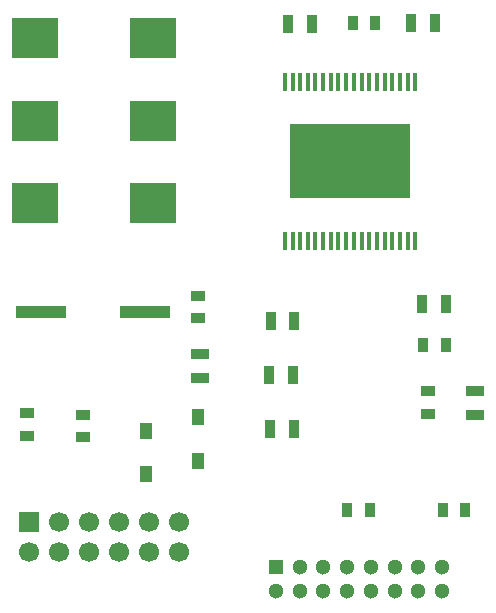
<source format=gbr>
%FSTAX23Y23*%
%MOIN*%
%SFA1B1*%

%IPPOS*%
%ADD19R,0.157480X0.133858*%
%ADD20R,0.033465X0.059055*%
%ADD21R,0.035433X0.051181*%
%ADD22R,0.401574X0.248031*%
%ADD23R,0.017323X0.059055*%
%ADD24R,0.059055X0.033465*%
%ADD25R,0.043307X0.055118*%
%ADD26R,0.051181X0.035433*%
%ADD27R,0.165354X0.043307*%
%ADD43C,0.051181*%
%ADD44R,0.051181X0.051181*%
%ADD45R,0.066929X0.066929*%
%ADD46C,0.066929*%
%LNpcb1_pads_top-1*%
%LPD*%
G54D19*
X00468Y02082D03*
X00861D03*
Y01807D03*
X00468D03*
X00861Y02357D03*
X00468D03*
G54D20*
X01389Y02405D03*
X0131D03*
X018Y02408D03*
X01721D03*
X01756Y0147D03*
X01835D03*
X0133Y01055D03*
X01251D03*
X01331Y01415D03*
X01252D03*
X01327Y01234D03*
X01248D03*
G54D21*
X016Y02407D03*
X01525D03*
X01835Y01335D03*
X0176D03*
X01507Y00785D03*
X01582D03*
X01825D03*
X019D03*
G54D22*
X01517Y01947D03*
G54D23*
X01299Y02212D03*
X01325D03*
X0135D03*
X01376D03*
X01401D03*
X01427D03*
X01453D03*
X01478D03*
X01504D03*
X01529D03*
X01555D03*
X01581D03*
X01606D03*
X01632D03*
X01657D03*
X01683D03*
X01709D03*
X01734D03*
X01299Y01681D03*
X01325D03*
X0135D03*
X01376D03*
X01401D03*
X01427D03*
X01453D03*
X01478D03*
X01504D03*
X01529D03*
X01555D03*
X01581D03*
X01606D03*
X01632D03*
X01657D03*
X01683D03*
X01709D03*
X01734D03*
G54D24*
X01934Y01101D03*
Y0118D03*
X01015Y01303D03*
Y01225D03*
G54D25*
X00835Y01048D03*
Y00905D03*
X01011Y01093D03*
Y00949D03*
G54D26*
X0044Y01032D03*
Y01107D03*
X01775Y0118D03*
Y01105D03*
X0101Y01425D03*
Y01499D03*
X00625Y01027D03*
Y01102D03*
G54D27*
X00834Y01445D03*
X00487D03*
G54D43*
X01822Y00515D03*
X01743D03*
X01665D03*
X01586D03*
X01507D03*
X01428D03*
X0135D03*
X01271D03*
X01822Y00593D03*
X01743D03*
X01665D03*
X01586D03*
X01507D03*
X01428D03*
X0135D03*
G54D44*
X01271Y00593D03*
G54D45*
X00445Y00745D03*
G54D46*
X00545Y00745D03*
X00645D03*
X00745D03*
X00845D03*
X00945D03*
X00445Y00645D03*
X00545D03*
X00645D03*
X00745D03*
X00845D03*
X00945D03*
M02*
</source>
